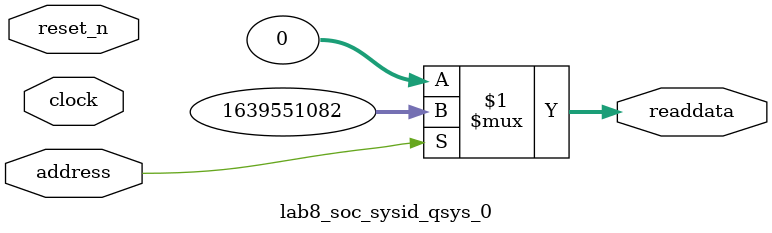
<source format=v>



// synthesis translate_off
`timescale 1ns / 1ps
// synthesis translate_on

// turn off superfluous verilog processor warnings 
// altera message_level Level1 
// altera message_off 10034 10035 10036 10037 10230 10240 10030 

module lab8_soc_sysid_qsys_0 (
               // inputs:
                address,
                clock,
                reset_n,

               // outputs:
                readdata
             )
;

  output  [ 31: 0] readdata;
  input            address;
  input            clock;
  input            reset_n;

  wire    [ 31: 0] readdata;
  //control_slave, which is an e_avalon_slave
  assign readdata = address ? 1639551082 : 0;

endmodule



</source>
